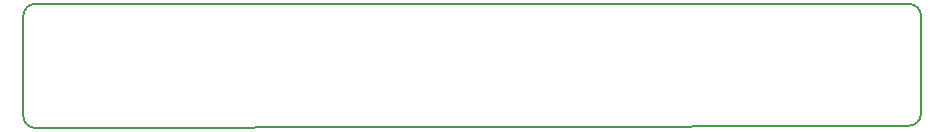
<source format=gbr>
G04 #@! TF.GenerationSoftware,KiCad,Pcbnew,(5.0.0)*
G04 #@! TF.CreationDate,2018-09-30T19:05:32+02:00*
G04 #@! TF.ProjectId,hal9k-backlight,68616C396B2D6261636B6C696768742E,rev?*
G04 #@! TF.SameCoordinates,PX6acfc00PY55d4a80*
G04 #@! TF.FileFunction,Profile,NP*
%FSLAX46Y46*%
G04 Gerber Fmt 4.6, Leading zero omitted, Abs format (unit mm)*
G04 Created by KiCad (PCBNEW (5.0.0)) date 09/30/18 19:05:32*
%MOMM*%
%LPD*%
G01*
G04 APERTURE LIST*
%ADD10C,0.150000*%
G04 APERTURE END LIST*
D10*
X1000000Y100000D02*
G75*
G02X0Y1100000I0J1000000D01*
G01*
X0Y9600000D02*
G75*
G02X1000000Y10600000I1000000J0D01*
G01*
X75000000Y10600000D02*
G75*
G02X76000000Y9600000I0J-1000000D01*
G01*
X76000000Y1300000D02*
G75*
G02X75000000Y300000I-1000000J0D01*
G01*
X0Y9600000D02*
X0Y1100000D01*
X75000000Y10600000D02*
X1000000Y10600000D01*
X76000000Y1300000D02*
X76000000Y9600000D01*
X1000000Y100000D02*
X75000000Y300000D01*
M02*

</source>
